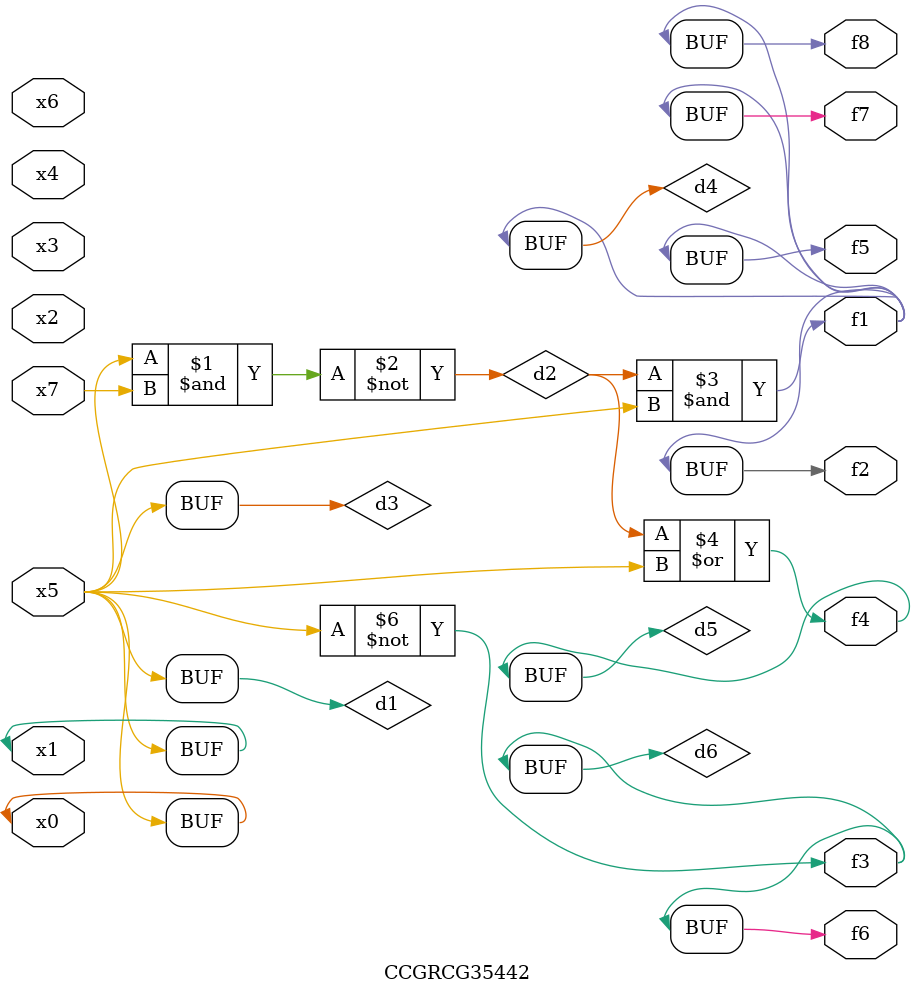
<source format=v>
module CCGRCG35442(
	input x0, x1, x2, x3, x4, x5, x6, x7,
	output f1, f2, f3, f4, f5, f6, f7, f8
);

	wire d1, d2, d3, d4, d5, d6;

	buf (d1, x0, x5);
	nand (d2, x5, x7);
	buf (d3, x0, x1);
	and (d4, d2, d3);
	or (d5, d2, d3);
	nor (d6, d1, d3);
	assign f1 = d4;
	assign f2 = d4;
	assign f3 = d6;
	assign f4 = d5;
	assign f5 = d4;
	assign f6 = d6;
	assign f7 = d4;
	assign f8 = d4;
endmodule

</source>
